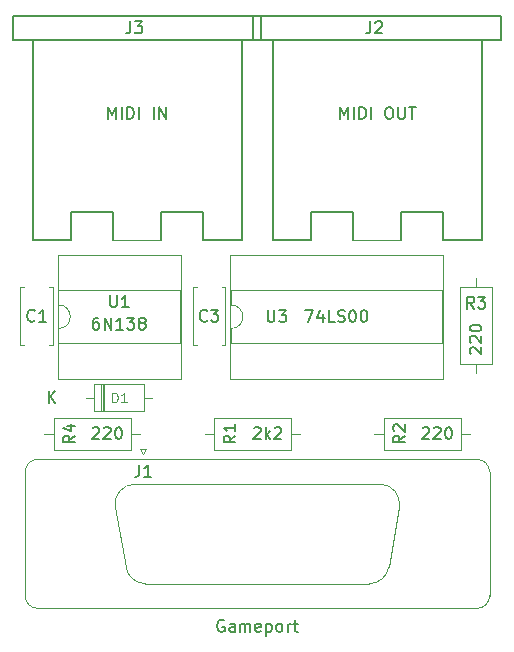
<source format=gto>
G04 #@! TF.GenerationSoftware,KiCad,Pcbnew,(5.1.8)-1*
G04 #@! TF.CreationDate,2022-02-10T23:19:11+01:00*
G04 #@! TF.ProjectId,BulkyMIDI-32 Gameport,42756c6b-794d-4494-9449-2d3332204761,rev?*
G04 #@! TF.SameCoordinates,Original*
G04 #@! TF.FileFunction,Legend,Top*
G04 #@! TF.FilePolarity,Positive*
%FSLAX46Y46*%
G04 Gerber Fmt 4.6, Leading zero omitted, Abs format (unit mm)*
G04 Created by KiCad (PCBNEW (5.1.8)-1) date 2022-02-10 23:19:11*
%MOMM*%
%LPD*%
G01*
G04 APERTURE LIST*
%ADD10C,0.150000*%
%ADD11C,0.120000*%
%ADD12C,0.100000*%
G04 APERTURE END LIST*
D10*
X107950000Y-67256000D02*
X118450000Y-67256000D01*
X107950000Y-67256000D02*
X97450000Y-67256000D01*
X97450000Y-69256000D02*
X97450000Y-67256000D01*
X118450000Y-69256000D02*
X97450000Y-69256000D01*
X118450000Y-67256000D02*
X118450000Y-69256000D01*
X99100000Y-86256000D02*
X99100000Y-69256000D01*
X116800000Y-69256000D02*
X116800000Y-86256000D01*
X116800000Y-86256000D02*
X113538000Y-86256000D01*
X113538000Y-83820000D02*
X109982000Y-83820000D01*
X105918000Y-83820000D02*
X102362000Y-83820000D01*
X99100000Y-86256000D02*
X102362000Y-86256000D01*
X113538000Y-86256000D02*
X113538000Y-83820000D01*
X102362000Y-86256000D02*
X102362000Y-83820000D01*
X109982000Y-86256000D02*
X109982000Y-83820000D01*
X105918000Y-86256000D02*
X105918000Y-83820000D01*
D11*
X109982000Y-86256000D02*
X105918000Y-86256000D01*
D10*
X128270000Y-67256000D02*
X138770000Y-67256000D01*
X128270000Y-67256000D02*
X117770000Y-67256000D01*
X117770000Y-69256000D02*
X117770000Y-67256000D01*
X138770000Y-69256000D02*
X117770000Y-69256000D01*
X138770000Y-67256000D02*
X138770000Y-69256000D01*
X119420000Y-86256000D02*
X119420000Y-69256000D01*
X137120000Y-69256000D02*
X137120000Y-86256000D01*
X137120000Y-86256000D02*
X133858000Y-86256000D01*
X133858000Y-83820000D02*
X130302000Y-83820000D01*
X126238000Y-83820000D02*
X122682000Y-83820000D01*
X119420000Y-86256000D02*
X122682000Y-86256000D01*
X133858000Y-86256000D02*
X133858000Y-83820000D01*
X122682000Y-86256000D02*
X122682000Y-83820000D01*
X130302000Y-86256000D02*
X130302000Y-83820000D01*
X126238000Y-86256000D02*
X126238000Y-83820000D01*
D11*
X130302000Y-86256000D02*
X126238000Y-86256000D01*
X104306000Y-98448000D02*
X104306000Y-100688000D01*
X104306000Y-100688000D02*
X108546000Y-100688000D01*
X108546000Y-100688000D02*
X108546000Y-98448000D01*
X108546000Y-98448000D02*
X104306000Y-98448000D01*
X103656000Y-99568000D02*
X104306000Y-99568000D01*
X109196000Y-99568000D02*
X108546000Y-99568000D01*
X105026000Y-98448000D02*
X105026000Y-100688000D01*
X105146000Y-98448000D02*
X105146000Y-100688000D01*
X104906000Y-98448000D02*
X104906000Y-100688000D01*
X99527600Y-104787200D02*
X136727600Y-104787200D01*
X137787600Y-105847200D02*
X137787600Y-116347200D01*
X136727600Y-117407200D02*
X99527600Y-117407200D01*
X98467600Y-116347200D02*
X98467600Y-105847200D01*
X108182600Y-103892862D02*
X108682600Y-103892862D01*
X108682600Y-103892862D02*
X108432600Y-104325875D01*
X108432600Y-104325875D02*
X108182600Y-103892862D01*
X107745911Y-106887200D02*
X128509289Y-106887200D01*
X108645179Y-115307200D02*
X127610021Y-115307200D01*
X130144070Y-108835456D02*
X129244802Y-113935456D01*
X106111130Y-108835456D02*
X107010398Y-113935456D01*
X99527600Y-104787200D02*
G75*
G03*
X98467600Y-105847200I0J-1060000D01*
G01*
X137787600Y-105847200D02*
G75*
G03*
X136727600Y-104787200I-1060000J0D01*
G01*
X99527600Y-117407200D02*
G75*
G02*
X98467600Y-116347200I0J1060000D01*
G01*
X136727600Y-117407200D02*
G75*
G03*
X137787600Y-116347200I0J1060000D01*
G01*
X106111130Y-108835456D02*
G75*
G02*
X107745911Y-106887200I1634781J288256D01*
G01*
X130144070Y-108835456D02*
G75*
G03*
X128509289Y-106887200I-1634781J288256D01*
G01*
X107010398Y-113935456D02*
G75*
G03*
X108645179Y-115307200I1634781J288256D01*
G01*
X129244802Y-113935456D02*
G75*
G02*
X127610021Y-115307200I-1634781J288256D01*
G01*
X113689000Y-102616000D02*
X114459000Y-102616000D01*
X121769000Y-102616000D02*
X120999000Y-102616000D01*
X114459000Y-103986000D02*
X120999000Y-103986000D01*
X114459000Y-101246000D02*
X114459000Y-103986000D01*
X120999000Y-101246000D02*
X114459000Y-101246000D01*
X120999000Y-103986000D02*
X120999000Y-101246000D01*
X135350000Y-103986000D02*
X135350000Y-101246000D01*
X135350000Y-101246000D02*
X128810000Y-101246000D01*
X128810000Y-101246000D02*
X128810000Y-103986000D01*
X128810000Y-103986000D02*
X135350000Y-103986000D01*
X136120000Y-102616000D02*
X135350000Y-102616000D01*
X128040000Y-102616000D02*
X128810000Y-102616000D01*
X136652000Y-97512000D02*
X136652000Y-96742000D01*
X136652000Y-89432000D02*
X136652000Y-90202000D01*
X138022000Y-96742000D02*
X138022000Y-90202000D01*
X135282000Y-96742000D02*
X138022000Y-96742000D01*
X135282000Y-90202000D02*
X135282000Y-96742000D01*
X138022000Y-90202000D02*
X135282000Y-90202000D01*
X107410000Y-103986000D02*
X107410000Y-101246000D01*
X107410000Y-101246000D02*
X100870000Y-101246000D01*
X100870000Y-101246000D02*
X100870000Y-103986000D01*
X100870000Y-103986000D02*
X107410000Y-103986000D01*
X108180000Y-102616000D02*
X107410000Y-102616000D01*
X100100000Y-102616000D02*
X100870000Y-102616000D01*
X101286000Y-93710000D02*
X101286000Y-94960000D01*
X101286000Y-94960000D02*
X111566000Y-94960000D01*
X111566000Y-94960000D02*
X111566000Y-90460000D01*
X111566000Y-90460000D02*
X101286000Y-90460000D01*
X101286000Y-90460000D02*
X101286000Y-91710000D01*
X101226000Y-97960000D02*
X111626000Y-97960000D01*
X111626000Y-97960000D02*
X111626000Y-87460000D01*
X111626000Y-87460000D02*
X101226000Y-87460000D01*
X101226000Y-87460000D02*
X101226000Y-97960000D01*
X101286000Y-91710000D02*
G75*
G02*
X101286000Y-93710000I0J-1000000D01*
G01*
X115891000Y-93710000D02*
X115891000Y-94960000D01*
X115891000Y-94960000D02*
X133791000Y-94960000D01*
X133791000Y-94960000D02*
X133791000Y-90460000D01*
X133791000Y-90460000D02*
X115891000Y-90460000D01*
X115891000Y-90460000D02*
X115891000Y-91710000D01*
X115831000Y-97960000D02*
X133851000Y-97960000D01*
X133851000Y-97960000D02*
X133851000Y-87460000D01*
X133851000Y-87460000D02*
X115831000Y-87460000D01*
X115831000Y-87460000D02*
X115831000Y-97960000D01*
X115891000Y-91710000D02*
G75*
G02*
X115891000Y-93710000I0J-1000000D01*
G01*
X98386000Y-95140000D02*
X98071000Y-95140000D01*
X100811000Y-95140000D02*
X100496000Y-95140000D01*
X98386000Y-90200000D02*
X98071000Y-90200000D01*
X100811000Y-90200000D02*
X100496000Y-90200000D01*
X98071000Y-90200000D02*
X98071000Y-95140000D01*
X100811000Y-90200000D02*
X100811000Y-95140000D01*
X115416000Y-90200000D02*
X115416000Y-95140000D01*
X112676000Y-90200000D02*
X112676000Y-95140000D01*
X115416000Y-90200000D02*
X115101000Y-90200000D01*
X112991000Y-90200000D02*
X112676000Y-90200000D01*
X115416000Y-95140000D02*
X115101000Y-95140000D01*
X112991000Y-95140000D02*
X112676000Y-95140000D01*
D10*
X107366666Y-67708380D02*
X107366666Y-68422666D01*
X107319047Y-68565523D01*
X107223809Y-68660761D01*
X107080952Y-68708380D01*
X106985714Y-68708380D01*
X107747619Y-67708380D02*
X108366666Y-67708380D01*
X108033333Y-68089333D01*
X108176190Y-68089333D01*
X108271428Y-68136952D01*
X108319047Y-68184571D01*
X108366666Y-68279809D01*
X108366666Y-68517904D01*
X108319047Y-68613142D01*
X108271428Y-68660761D01*
X108176190Y-68708380D01*
X107890476Y-68708380D01*
X107795238Y-68660761D01*
X107747619Y-68613142D01*
X105497619Y-75958380D02*
X105497619Y-74958380D01*
X105830952Y-75672666D01*
X106164285Y-74958380D01*
X106164285Y-75958380D01*
X106640476Y-75958380D02*
X106640476Y-74958380D01*
X107116666Y-75958380D02*
X107116666Y-74958380D01*
X107354761Y-74958380D01*
X107497619Y-75006000D01*
X107592857Y-75101238D01*
X107640476Y-75196476D01*
X107688095Y-75386952D01*
X107688095Y-75529809D01*
X107640476Y-75720285D01*
X107592857Y-75815523D01*
X107497619Y-75910761D01*
X107354761Y-75958380D01*
X107116666Y-75958380D01*
X108116666Y-75958380D02*
X108116666Y-74958380D01*
X109354761Y-75958380D02*
X109354761Y-74958380D01*
X109830952Y-75958380D02*
X109830952Y-74958380D01*
X110402380Y-75958380D01*
X110402380Y-74958380D01*
X127686666Y-67708380D02*
X127686666Y-68422666D01*
X127639047Y-68565523D01*
X127543809Y-68660761D01*
X127400952Y-68708380D01*
X127305714Y-68708380D01*
X128115238Y-67803619D02*
X128162857Y-67756000D01*
X128258095Y-67708380D01*
X128496190Y-67708380D01*
X128591428Y-67756000D01*
X128639047Y-67803619D01*
X128686666Y-67898857D01*
X128686666Y-67994095D01*
X128639047Y-68136952D01*
X128067619Y-68708380D01*
X128686666Y-68708380D01*
X125150952Y-75958380D02*
X125150952Y-74958380D01*
X125484285Y-75672666D01*
X125817619Y-74958380D01*
X125817619Y-75958380D01*
X126293809Y-75958380D02*
X126293809Y-74958380D01*
X126770000Y-75958380D02*
X126770000Y-74958380D01*
X127008095Y-74958380D01*
X127150952Y-75006000D01*
X127246190Y-75101238D01*
X127293809Y-75196476D01*
X127341428Y-75386952D01*
X127341428Y-75529809D01*
X127293809Y-75720285D01*
X127246190Y-75815523D01*
X127150952Y-75910761D01*
X127008095Y-75958380D01*
X126770000Y-75958380D01*
X127770000Y-75958380D02*
X127770000Y-74958380D01*
X129198571Y-74958380D02*
X129389047Y-74958380D01*
X129484285Y-75006000D01*
X129579523Y-75101238D01*
X129627142Y-75291714D01*
X129627142Y-75625047D01*
X129579523Y-75815523D01*
X129484285Y-75910761D01*
X129389047Y-75958380D01*
X129198571Y-75958380D01*
X129103333Y-75910761D01*
X129008095Y-75815523D01*
X128960476Y-75625047D01*
X128960476Y-75291714D01*
X129008095Y-75101238D01*
X129103333Y-75006000D01*
X129198571Y-74958380D01*
X130055714Y-74958380D02*
X130055714Y-75767904D01*
X130103333Y-75863142D01*
X130150952Y-75910761D01*
X130246190Y-75958380D01*
X130436666Y-75958380D01*
X130531904Y-75910761D01*
X130579523Y-75863142D01*
X130627142Y-75767904D01*
X130627142Y-74958380D01*
X130960476Y-74958380D02*
X131531904Y-74958380D01*
X131246190Y-75958380D02*
X131246190Y-74958380D01*
D12*
X105835523Y-99929904D02*
X105835523Y-99129904D01*
X106026000Y-99129904D01*
X106140285Y-99168000D01*
X106216476Y-99244190D01*
X106254571Y-99320380D01*
X106292666Y-99472761D01*
X106292666Y-99587047D01*
X106254571Y-99739428D01*
X106216476Y-99815619D01*
X106140285Y-99891809D01*
X106026000Y-99929904D01*
X105835523Y-99929904D01*
X107054571Y-99929904D02*
X106597428Y-99929904D01*
X106826000Y-99929904D02*
X106826000Y-99129904D01*
X106749809Y-99244190D01*
X106673619Y-99320380D01*
X106597428Y-99358476D01*
D10*
X100449095Y-100020380D02*
X100449095Y-99020380D01*
X101020523Y-100020380D02*
X100591952Y-99448952D01*
X101020523Y-99020380D02*
X100449095Y-99591809D01*
X108124666Y-105243380D02*
X108124666Y-105957666D01*
X108077047Y-106100523D01*
X107981809Y-106195761D01*
X107838952Y-106243380D01*
X107743714Y-106243380D01*
X109124666Y-106243380D02*
X108553238Y-106243380D01*
X108838952Y-106243380D02*
X108838952Y-105243380D01*
X108743714Y-105386238D01*
X108648476Y-105481476D01*
X108553238Y-105529095D01*
X115298885Y-118422800D02*
X115203647Y-118375180D01*
X115060790Y-118375180D01*
X114917933Y-118422800D01*
X114822695Y-118518038D01*
X114775076Y-118613276D01*
X114727457Y-118803752D01*
X114727457Y-118946609D01*
X114775076Y-119137085D01*
X114822695Y-119232323D01*
X114917933Y-119327561D01*
X115060790Y-119375180D01*
X115156028Y-119375180D01*
X115298885Y-119327561D01*
X115346504Y-119279942D01*
X115346504Y-118946609D01*
X115156028Y-118946609D01*
X116203647Y-119375180D02*
X116203647Y-118851371D01*
X116156028Y-118756133D01*
X116060790Y-118708514D01*
X115870314Y-118708514D01*
X115775076Y-118756133D01*
X116203647Y-119327561D02*
X116108409Y-119375180D01*
X115870314Y-119375180D01*
X115775076Y-119327561D01*
X115727457Y-119232323D01*
X115727457Y-119137085D01*
X115775076Y-119041847D01*
X115870314Y-118994228D01*
X116108409Y-118994228D01*
X116203647Y-118946609D01*
X116679838Y-119375180D02*
X116679838Y-118708514D01*
X116679838Y-118803752D02*
X116727457Y-118756133D01*
X116822695Y-118708514D01*
X116965552Y-118708514D01*
X117060790Y-118756133D01*
X117108409Y-118851371D01*
X117108409Y-119375180D01*
X117108409Y-118851371D02*
X117156028Y-118756133D01*
X117251266Y-118708514D01*
X117394123Y-118708514D01*
X117489361Y-118756133D01*
X117536980Y-118851371D01*
X117536980Y-119375180D01*
X118394123Y-119327561D02*
X118298885Y-119375180D01*
X118108409Y-119375180D01*
X118013171Y-119327561D01*
X117965552Y-119232323D01*
X117965552Y-118851371D01*
X118013171Y-118756133D01*
X118108409Y-118708514D01*
X118298885Y-118708514D01*
X118394123Y-118756133D01*
X118441742Y-118851371D01*
X118441742Y-118946609D01*
X117965552Y-119041847D01*
X118870314Y-118708514D02*
X118870314Y-119708514D01*
X118870314Y-118756133D02*
X118965552Y-118708514D01*
X119156028Y-118708514D01*
X119251266Y-118756133D01*
X119298885Y-118803752D01*
X119346504Y-118898990D01*
X119346504Y-119184704D01*
X119298885Y-119279942D01*
X119251266Y-119327561D01*
X119156028Y-119375180D01*
X118965552Y-119375180D01*
X118870314Y-119327561D01*
X119917933Y-119375180D02*
X119822695Y-119327561D01*
X119775076Y-119279942D01*
X119727457Y-119184704D01*
X119727457Y-118898990D01*
X119775076Y-118803752D01*
X119822695Y-118756133D01*
X119917933Y-118708514D01*
X120060790Y-118708514D01*
X120156028Y-118756133D01*
X120203647Y-118803752D01*
X120251266Y-118898990D01*
X120251266Y-119184704D01*
X120203647Y-119279942D01*
X120156028Y-119327561D01*
X120060790Y-119375180D01*
X119917933Y-119375180D01*
X120679838Y-119375180D02*
X120679838Y-118708514D01*
X120679838Y-118898990D02*
X120727457Y-118803752D01*
X120775076Y-118756133D01*
X120870314Y-118708514D01*
X120965552Y-118708514D01*
X121156028Y-118708514D02*
X121536980Y-118708514D01*
X121298885Y-118375180D02*
X121298885Y-119232323D01*
X121346504Y-119327561D01*
X121441742Y-119375180D01*
X121536980Y-119375180D01*
X116276380Y-102782666D02*
X115800190Y-103116000D01*
X116276380Y-103354095D02*
X115276380Y-103354095D01*
X115276380Y-102973142D01*
X115324000Y-102877904D01*
X115371619Y-102830285D01*
X115466857Y-102782666D01*
X115609714Y-102782666D01*
X115704952Y-102830285D01*
X115752571Y-102877904D01*
X115800190Y-102973142D01*
X115800190Y-103354095D01*
X116276380Y-101830285D02*
X116276380Y-102401714D01*
X116276380Y-102116000D02*
X115276380Y-102116000D01*
X115419238Y-102211238D01*
X115514476Y-102306476D01*
X115562095Y-102401714D01*
X117832333Y-102163619D02*
X117879952Y-102116000D01*
X117975190Y-102068380D01*
X118213285Y-102068380D01*
X118308523Y-102116000D01*
X118356142Y-102163619D01*
X118403761Y-102258857D01*
X118403761Y-102354095D01*
X118356142Y-102496952D01*
X117784714Y-103068380D01*
X118403761Y-103068380D01*
X118832333Y-103068380D02*
X118832333Y-102068380D01*
X118927571Y-102687428D02*
X119213285Y-103068380D01*
X119213285Y-102401714D02*
X118832333Y-102782666D01*
X119594238Y-102163619D02*
X119641857Y-102116000D01*
X119737095Y-102068380D01*
X119975190Y-102068380D01*
X120070428Y-102116000D01*
X120118047Y-102163619D01*
X120165666Y-102258857D01*
X120165666Y-102354095D01*
X120118047Y-102496952D01*
X119546619Y-103068380D01*
X120165666Y-103068380D01*
X130627380Y-102782666D02*
X130151190Y-103116000D01*
X130627380Y-103354095D02*
X129627380Y-103354095D01*
X129627380Y-102973142D01*
X129675000Y-102877904D01*
X129722619Y-102830285D01*
X129817857Y-102782666D01*
X129960714Y-102782666D01*
X130055952Y-102830285D01*
X130103571Y-102877904D01*
X130151190Y-102973142D01*
X130151190Y-103354095D01*
X129722619Y-102401714D02*
X129675000Y-102354095D01*
X129627380Y-102258857D01*
X129627380Y-102020761D01*
X129675000Y-101925523D01*
X129722619Y-101877904D01*
X129817857Y-101830285D01*
X129913095Y-101830285D01*
X130055952Y-101877904D01*
X130627380Y-102449333D01*
X130627380Y-101830285D01*
X132111904Y-102163619D02*
X132159523Y-102116000D01*
X132254761Y-102068380D01*
X132492857Y-102068380D01*
X132588095Y-102116000D01*
X132635714Y-102163619D01*
X132683333Y-102258857D01*
X132683333Y-102354095D01*
X132635714Y-102496952D01*
X132064285Y-103068380D01*
X132683333Y-103068380D01*
X133064285Y-102163619D02*
X133111904Y-102116000D01*
X133207142Y-102068380D01*
X133445238Y-102068380D01*
X133540476Y-102116000D01*
X133588095Y-102163619D01*
X133635714Y-102258857D01*
X133635714Y-102354095D01*
X133588095Y-102496952D01*
X133016666Y-103068380D01*
X133635714Y-103068380D01*
X134254761Y-102068380D02*
X134350000Y-102068380D01*
X134445238Y-102116000D01*
X134492857Y-102163619D01*
X134540476Y-102258857D01*
X134588095Y-102449333D01*
X134588095Y-102687428D01*
X134540476Y-102877904D01*
X134492857Y-102973142D01*
X134445238Y-103020761D01*
X134350000Y-103068380D01*
X134254761Y-103068380D01*
X134159523Y-103020761D01*
X134111904Y-102973142D01*
X134064285Y-102877904D01*
X134016666Y-102687428D01*
X134016666Y-102449333D01*
X134064285Y-102258857D01*
X134111904Y-102163619D01*
X134159523Y-102116000D01*
X134254761Y-102068380D01*
X136485333Y-92019380D02*
X136152000Y-91543190D01*
X135913904Y-92019380D02*
X135913904Y-91019380D01*
X136294857Y-91019380D01*
X136390095Y-91067000D01*
X136437714Y-91114619D01*
X136485333Y-91209857D01*
X136485333Y-91352714D01*
X136437714Y-91447952D01*
X136390095Y-91495571D01*
X136294857Y-91543190D01*
X135913904Y-91543190D01*
X136818666Y-91019380D02*
X137437714Y-91019380D01*
X137104380Y-91400333D01*
X137247238Y-91400333D01*
X137342476Y-91447952D01*
X137390095Y-91495571D01*
X137437714Y-91590809D01*
X137437714Y-91828904D01*
X137390095Y-91924142D01*
X137342476Y-91971761D01*
X137247238Y-92019380D01*
X136961523Y-92019380D01*
X136866285Y-91971761D01*
X136818666Y-91924142D01*
X136199619Y-95853095D02*
X136152000Y-95805476D01*
X136104380Y-95710238D01*
X136104380Y-95472142D01*
X136152000Y-95376904D01*
X136199619Y-95329285D01*
X136294857Y-95281666D01*
X136390095Y-95281666D01*
X136532952Y-95329285D01*
X137104380Y-95900714D01*
X137104380Y-95281666D01*
X136199619Y-94900714D02*
X136152000Y-94853095D01*
X136104380Y-94757857D01*
X136104380Y-94519761D01*
X136152000Y-94424523D01*
X136199619Y-94376904D01*
X136294857Y-94329285D01*
X136390095Y-94329285D01*
X136532952Y-94376904D01*
X137104380Y-94948333D01*
X137104380Y-94329285D01*
X136104380Y-93710238D02*
X136104380Y-93615000D01*
X136152000Y-93519761D01*
X136199619Y-93472142D01*
X136294857Y-93424523D01*
X136485333Y-93376904D01*
X136723428Y-93376904D01*
X136913904Y-93424523D01*
X137009142Y-93472142D01*
X137056761Y-93519761D01*
X137104380Y-93615000D01*
X137104380Y-93710238D01*
X137056761Y-93805476D01*
X137009142Y-93853095D01*
X136913904Y-93900714D01*
X136723428Y-93948333D01*
X136485333Y-93948333D01*
X136294857Y-93900714D01*
X136199619Y-93853095D01*
X136152000Y-93805476D01*
X136104380Y-93710238D01*
X102687380Y-102782666D02*
X102211190Y-103116000D01*
X102687380Y-103354095D02*
X101687380Y-103354095D01*
X101687380Y-102973142D01*
X101735000Y-102877904D01*
X101782619Y-102830285D01*
X101877857Y-102782666D01*
X102020714Y-102782666D01*
X102115952Y-102830285D01*
X102163571Y-102877904D01*
X102211190Y-102973142D01*
X102211190Y-103354095D01*
X102020714Y-101925523D02*
X102687380Y-101925523D01*
X101639761Y-102163619D02*
X102354047Y-102401714D01*
X102354047Y-101782666D01*
X104171904Y-102163619D02*
X104219523Y-102116000D01*
X104314761Y-102068380D01*
X104552857Y-102068380D01*
X104648095Y-102116000D01*
X104695714Y-102163619D01*
X104743333Y-102258857D01*
X104743333Y-102354095D01*
X104695714Y-102496952D01*
X104124285Y-103068380D01*
X104743333Y-103068380D01*
X105124285Y-102163619D02*
X105171904Y-102116000D01*
X105267142Y-102068380D01*
X105505238Y-102068380D01*
X105600476Y-102116000D01*
X105648095Y-102163619D01*
X105695714Y-102258857D01*
X105695714Y-102354095D01*
X105648095Y-102496952D01*
X105076666Y-103068380D01*
X105695714Y-103068380D01*
X106314761Y-102068380D02*
X106410000Y-102068380D01*
X106505238Y-102116000D01*
X106552857Y-102163619D01*
X106600476Y-102258857D01*
X106648095Y-102449333D01*
X106648095Y-102687428D01*
X106600476Y-102877904D01*
X106552857Y-102973142D01*
X106505238Y-103020761D01*
X106410000Y-103068380D01*
X106314761Y-103068380D01*
X106219523Y-103020761D01*
X106171904Y-102973142D01*
X106124285Y-102877904D01*
X106076666Y-102687428D01*
X106076666Y-102449333D01*
X106124285Y-102258857D01*
X106171904Y-102163619D01*
X106219523Y-102116000D01*
X106314761Y-102068380D01*
X105664095Y-90892380D02*
X105664095Y-91701904D01*
X105711714Y-91797142D01*
X105759333Y-91844761D01*
X105854571Y-91892380D01*
X106045047Y-91892380D01*
X106140285Y-91844761D01*
X106187904Y-91797142D01*
X106235523Y-91701904D01*
X106235523Y-90892380D01*
X107235523Y-91892380D02*
X106664095Y-91892380D01*
X106949809Y-91892380D02*
X106949809Y-90892380D01*
X106854571Y-91035238D01*
X106759333Y-91130476D01*
X106664095Y-91178095D01*
X104664095Y-92797380D02*
X104473619Y-92797380D01*
X104378380Y-92845000D01*
X104330761Y-92892619D01*
X104235523Y-93035476D01*
X104187904Y-93225952D01*
X104187904Y-93606904D01*
X104235523Y-93702142D01*
X104283142Y-93749761D01*
X104378380Y-93797380D01*
X104568857Y-93797380D01*
X104664095Y-93749761D01*
X104711714Y-93702142D01*
X104759333Y-93606904D01*
X104759333Y-93368809D01*
X104711714Y-93273571D01*
X104664095Y-93225952D01*
X104568857Y-93178333D01*
X104378380Y-93178333D01*
X104283142Y-93225952D01*
X104235523Y-93273571D01*
X104187904Y-93368809D01*
X105187904Y-93797380D02*
X105187904Y-92797380D01*
X105759333Y-93797380D01*
X105759333Y-92797380D01*
X106759333Y-93797380D02*
X106187904Y-93797380D01*
X106473619Y-93797380D02*
X106473619Y-92797380D01*
X106378380Y-92940238D01*
X106283142Y-93035476D01*
X106187904Y-93083095D01*
X107092666Y-92797380D02*
X107711714Y-92797380D01*
X107378380Y-93178333D01*
X107521238Y-93178333D01*
X107616476Y-93225952D01*
X107664095Y-93273571D01*
X107711714Y-93368809D01*
X107711714Y-93606904D01*
X107664095Y-93702142D01*
X107616476Y-93749761D01*
X107521238Y-93797380D01*
X107235523Y-93797380D01*
X107140285Y-93749761D01*
X107092666Y-93702142D01*
X108283142Y-93225952D02*
X108187904Y-93178333D01*
X108140285Y-93130714D01*
X108092666Y-93035476D01*
X108092666Y-92987857D01*
X108140285Y-92892619D01*
X108187904Y-92845000D01*
X108283142Y-92797380D01*
X108473619Y-92797380D01*
X108568857Y-92845000D01*
X108616476Y-92892619D01*
X108664095Y-92987857D01*
X108664095Y-93035476D01*
X108616476Y-93130714D01*
X108568857Y-93178333D01*
X108473619Y-93225952D01*
X108283142Y-93225952D01*
X108187904Y-93273571D01*
X108140285Y-93321190D01*
X108092666Y-93416428D01*
X108092666Y-93606904D01*
X108140285Y-93702142D01*
X108187904Y-93749761D01*
X108283142Y-93797380D01*
X108473619Y-93797380D01*
X108568857Y-93749761D01*
X108616476Y-93702142D01*
X108664095Y-93606904D01*
X108664095Y-93416428D01*
X108616476Y-93321190D01*
X108568857Y-93273571D01*
X108473619Y-93225952D01*
X118999095Y-92162380D02*
X118999095Y-92971904D01*
X119046714Y-93067142D01*
X119094333Y-93114761D01*
X119189571Y-93162380D01*
X119380047Y-93162380D01*
X119475285Y-93114761D01*
X119522904Y-93067142D01*
X119570523Y-92971904D01*
X119570523Y-92162380D01*
X119951476Y-92162380D02*
X120570523Y-92162380D01*
X120237190Y-92543333D01*
X120380047Y-92543333D01*
X120475285Y-92590952D01*
X120522904Y-92638571D01*
X120570523Y-92733809D01*
X120570523Y-92971904D01*
X120522904Y-93067142D01*
X120475285Y-93114761D01*
X120380047Y-93162380D01*
X120094333Y-93162380D01*
X119999095Y-93114761D01*
X119951476Y-93067142D01*
X122198142Y-92162380D02*
X122864809Y-92162380D01*
X122436238Y-93162380D01*
X123674333Y-92495714D02*
X123674333Y-93162380D01*
X123436238Y-92114761D02*
X123198142Y-92829047D01*
X123817190Y-92829047D01*
X124674333Y-93162380D02*
X124198142Y-93162380D01*
X124198142Y-92162380D01*
X124960047Y-93114761D02*
X125102904Y-93162380D01*
X125341000Y-93162380D01*
X125436238Y-93114761D01*
X125483857Y-93067142D01*
X125531476Y-92971904D01*
X125531476Y-92876666D01*
X125483857Y-92781428D01*
X125436238Y-92733809D01*
X125341000Y-92686190D01*
X125150523Y-92638571D01*
X125055285Y-92590952D01*
X125007666Y-92543333D01*
X124960047Y-92448095D01*
X124960047Y-92352857D01*
X125007666Y-92257619D01*
X125055285Y-92210000D01*
X125150523Y-92162380D01*
X125388619Y-92162380D01*
X125531476Y-92210000D01*
X126150523Y-92162380D02*
X126245761Y-92162380D01*
X126341000Y-92210000D01*
X126388619Y-92257619D01*
X126436238Y-92352857D01*
X126483857Y-92543333D01*
X126483857Y-92781428D01*
X126436238Y-92971904D01*
X126388619Y-93067142D01*
X126341000Y-93114761D01*
X126245761Y-93162380D01*
X126150523Y-93162380D01*
X126055285Y-93114761D01*
X126007666Y-93067142D01*
X125960047Y-92971904D01*
X125912428Y-92781428D01*
X125912428Y-92543333D01*
X125960047Y-92352857D01*
X126007666Y-92257619D01*
X126055285Y-92210000D01*
X126150523Y-92162380D01*
X127102904Y-92162380D02*
X127198142Y-92162380D01*
X127293380Y-92210000D01*
X127341000Y-92257619D01*
X127388619Y-92352857D01*
X127436238Y-92543333D01*
X127436238Y-92781428D01*
X127388619Y-92971904D01*
X127341000Y-93067142D01*
X127293380Y-93114761D01*
X127198142Y-93162380D01*
X127102904Y-93162380D01*
X127007666Y-93114761D01*
X126960047Y-93067142D01*
X126912428Y-92971904D01*
X126864809Y-92781428D01*
X126864809Y-92543333D01*
X126912428Y-92352857D01*
X126960047Y-92257619D01*
X127007666Y-92210000D01*
X127102904Y-92162380D01*
X99274333Y-93027142D02*
X99226714Y-93074761D01*
X99083857Y-93122380D01*
X98988619Y-93122380D01*
X98845761Y-93074761D01*
X98750523Y-92979523D01*
X98702904Y-92884285D01*
X98655285Y-92693809D01*
X98655285Y-92550952D01*
X98702904Y-92360476D01*
X98750523Y-92265238D01*
X98845761Y-92170000D01*
X98988619Y-92122380D01*
X99083857Y-92122380D01*
X99226714Y-92170000D01*
X99274333Y-92217619D01*
X100226714Y-93122380D02*
X99655285Y-93122380D01*
X99941000Y-93122380D02*
X99941000Y-92122380D01*
X99845761Y-92265238D01*
X99750523Y-92360476D01*
X99655285Y-92408095D01*
X113879333Y-93027142D02*
X113831714Y-93074761D01*
X113688857Y-93122380D01*
X113593619Y-93122380D01*
X113450761Y-93074761D01*
X113355523Y-92979523D01*
X113307904Y-92884285D01*
X113260285Y-92693809D01*
X113260285Y-92550952D01*
X113307904Y-92360476D01*
X113355523Y-92265238D01*
X113450761Y-92170000D01*
X113593619Y-92122380D01*
X113688857Y-92122380D01*
X113831714Y-92170000D01*
X113879333Y-92217619D01*
X114212666Y-92122380D02*
X114831714Y-92122380D01*
X114498380Y-92503333D01*
X114641238Y-92503333D01*
X114736476Y-92550952D01*
X114784095Y-92598571D01*
X114831714Y-92693809D01*
X114831714Y-92931904D01*
X114784095Y-93027142D01*
X114736476Y-93074761D01*
X114641238Y-93122380D01*
X114355523Y-93122380D01*
X114260285Y-93074761D01*
X114212666Y-93027142D01*
M02*

</source>
